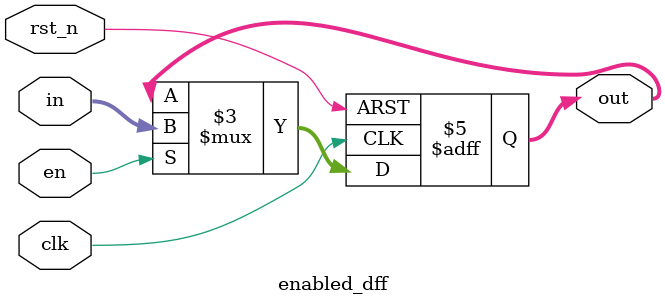
<source format=v>
module enabled_dff #(parameter WIDTH = 32)(
input  wire              clk,
input  wire              rst_n,
input  wire [WIDTH-1: 0] in,
input  wire              en,
output reg  [WIDTH-1: 0] out
);

always @(posedge clk, negedge rst_n) begin
	if(!rst_n) begin
		out <= 'd0;
	end
	else if(en) begin
		out <= in;
	end
end
endmodule
</source>
